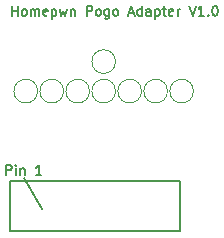
<source format=gbr>
G04 #@! TF.GenerationSoftware,KiCad,Pcbnew,(5.99.0-9812-gfee3c41c40)*
G04 #@! TF.CreationDate,2021-03-23T13:38:30-07:00*
G04 #@! TF.ProjectId,homebreakout,686f6d65-6272-4656-916b-6f75742e6b69,rev?*
G04 #@! TF.SameCoordinates,Original*
G04 #@! TF.FileFunction,Legend,Top*
G04 #@! TF.FilePolarity,Positive*
%FSLAX46Y46*%
G04 Gerber Fmt 4.6, Leading zero omitted, Abs format (unit mm)*
G04 Created by KiCad (PCBNEW (5.99.0-9812-gfee3c41c40)) date 2021-03-23 13:38:30*
%MOMM*%
%LPD*%
G01*
G04 APERTURE LIST*
%ADD10C,0.200000*%
%ADD11C,0.152400*%
%ADD12C,0.120000*%
G04 APERTURE END LIST*
D10*
X147320000Y-63881000D02*
X148844000Y-66548000D01*
D11*
X145849219Y-63613695D02*
X145849219Y-62800895D01*
X146158857Y-62800895D01*
X146236266Y-62839600D01*
X146274971Y-62878304D01*
X146313676Y-62955714D01*
X146313676Y-63071828D01*
X146274971Y-63149238D01*
X146236266Y-63187942D01*
X146158857Y-63226647D01*
X145849219Y-63226647D01*
X146662019Y-63613695D02*
X146662019Y-63071828D01*
X146662019Y-62800895D02*
X146623314Y-62839600D01*
X146662019Y-62878304D01*
X146700723Y-62839600D01*
X146662019Y-62800895D01*
X146662019Y-62878304D01*
X147049066Y-63071828D02*
X147049066Y-63613695D01*
X147049066Y-63149238D02*
X147087771Y-63110533D01*
X147165180Y-63071828D01*
X147281295Y-63071828D01*
X147358704Y-63110533D01*
X147397409Y-63187942D01*
X147397409Y-63613695D01*
X148829485Y-63613695D02*
X148365028Y-63613695D01*
X148597257Y-63613695D02*
X148597257Y-62800895D01*
X148519847Y-62917009D01*
X148442438Y-62994419D01*
X148365028Y-63033123D01*
X146342583Y-50151695D02*
X146342583Y-49338895D01*
X146342583Y-49725942D02*
X146807040Y-49725942D01*
X146807040Y-50151695D02*
X146807040Y-49338895D01*
X147310202Y-50151695D02*
X147232793Y-50112990D01*
X147194088Y-50074285D01*
X147155383Y-49996876D01*
X147155383Y-49764647D01*
X147194088Y-49687238D01*
X147232793Y-49648533D01*
X147310202Y-49609828D01*
X147426317Y-49609828D01*
X147503726Y-49648533D01*
X147542431Y-49687238D01*
X147581136Y-49764647D01*
X147581136Y-49996876D01*
X147542431Y-50074285D01*
X147503726Y-50112990D01*
X147426317Y-50151695D01*
X147310202Y-50151695D01*
X147929479Y-50151695D02*
X147929479Y-49609828D01*
X147929479Y-49687238D02*
X147968183Y-49648533D01*
X148045593Y-49609828D01*
X148161707Y-49609828D01*
X148239117Y-49648533D01*
X148277821Y-49725942D01*
X148277821Y-50151695D01*
X148277821Y-49725942D02*
X148316526Y-49648533D01*
X148393936Y-49609828D01*
X148510050Y-49609828D01*
X148587460Y-49648533D01*
X148626164Y-49725942D01*
X148626164Y-50151695D01*
X149322850Y-50112990D02*
X149245440Y-50151695D01*
X149090621Y-50151695D01*
X149013212Y-50112990D01*
X148974507Y-50035580D01*
X148974507Y-49725942D01*
X149013212Y-49648533D01*
X149090621Y-49609828D01*
X149245440Y-49609828D01*
X149322850Y-49648533D01*
X149361555Y-49725942D01*
X149361555Y-49803352D01*
X148974507Y-49880761D01*
X149709898Y-49609828D02*
X149709898Y-50422628D01*
X149709898Y-49648533D02*
X149787307Y-49609828D01*
X149942126Y-49609828D01*
X150019536Y-49648533D01*
X150058240Y-49687238D01*
X150096945Y-49764647D01*
X150096945Y-49996876D01*
X150058240Y-50074285D01*
X150019536Y-50112990D01*
X149942126Y-50151695D01*
X149787307Y-50151695D01*
X149709898Y-50112990D01*
X150367879Y-49609828D02*
X150522698Y-50151695D01*
X150677517Y-49764647D01*
X150832336Y-50151695D01*
X150987155Y-49609828D01*
X151296793Y-49609828D02*
X151296793Y-50151695D01*
X151296793Y-49687238D02*
X151335498Y-49648533D01*
X151412907Y-49609828D01*
X151529021Y-49609828D01*
X151606431Y-49648533D01*
X151645136Y-49725942D01*
X151645136Y-50151695D01*
X152651460Y-50151695D02*
X152651460Y-49338895D01*
X152961098Y-49338895D01*
X153038507Y-49377600D01*
X153077212Y-49416304D01*
X153115917Y-49493714D01*
X153115917Y-49609828D01*
X153077212Y-49687238D01*
X153038507Y-49725942D01*
X152961098Y-49764647D01*
X152651460Y-49764647D01*
X153580374Y-50151695D02*
X153502964Y-50112990D01*
X153464260Y-50074285D01*
X153425555Y-49996876D01*
X153425555Y-49764647D01*
X153464260Y-49687238D01*
X153502964Y-49648533D01*
X153580374Y-49609828D01*
X153696488Y-49609828D01*
X153773898Y-49648533D01*
X153812602Y-49687238D01*
X153851307Y-49764647D01*
X153851307Y-49996876D01*
X153812602Y-50074285D01*
X153773898Y-50112990D01*
X153696488Y-50151695D01*
X153580374Y-50151695D01*
X154547993Y-49609828D02*
X154547993Y-50267809D01*
X154509288Y-50345219D01*
X154470583Y-50383923D01*
X154393174Y-50422628D01*
X154277060Y-50422628D01*
X154199650Y-50383923D01*
X154547993Y-50112990D02*
X154470583Y-50151695D01*
X154315764Y-50151695D01*
X154238355Y-50112990D01*
X154199650Y-50074285D01*
X154160945Y-49996876D01*
X154160945Y-49764647D01*
X154199650Y-49687238D01*
X154238355Y-49648533D01*
X154315764Y-49609828D01*
X154470583Y-49609828D01*
X154547993Y-49648533D01*
X155051155Y-50151695D02*
X154973745Y-50112990D01*
X154935040Y-50074285D01*
X154896336Y-49996876D01*
X154896336Y-49764647D01*
X154935040Y-49687238D01*
X154973745Y-49648533D01*
X155051155Y-49609828D01*
X155167269Y-49609828D01*
X155244679Y-49648533D01*
X155283383Y-49687238D01*
X155322088Y-49764647D01*
X155322088Y-49996876D01*
X155283383Y-50074285D01*
X155244679Y-50112990D01*
X155167269Y-50151695D01*
X155051155Y-50151695D01*
X156251002Y-49919466D02*
X156638050Y-49919466D01*
X156173593Y-50151695D02*
X156444526Y-49338895D01*
X156715460Y-50151695D01*
X157334736Y-50151695D02*
X157334736Y-49338895D01*
X157334736Y-50112990D02*
X157257326Y-50151695D01*
X157102507Y-50151695D01*
X157025098Y-50112990D01*
X156986393Y-50074285D01*
X156947688Y-49996876D01*
X156947688Y-49764647D01*
X156986393Y-49687238D01*
X157025098Y-49648533D01*
X157102507Y-49609828D01*
X157257326Y-49609828D01*
X157334736Y-49648533D01*
X158070126Y-50151695D02*
X158070126Y-49725942D01*
X158031421Y-49648533D01*
X157954012Y-49609828D01*
X157799193Y-49609828D01*
X157721783Y-49648533D01*
X158070126Y-50112990D02*
X157992717Y-50151695D01*
X157799193Y-50151695D01*
X157721783Y-50112990D01*
X157683079Y-50035580D01*
X157683079Y-49958171D01*
X157721783Y-49880761D01*
X157799193Y-49842057D01*
X157992717Y-49842057D01*
X158070126Y-49803352D01*
X158457174Y-49609828D02*
X158457174Y-50422628D01*
X158457174Y-49648533D02*
X158534583Y-49609828D01*
X158689402Y-49609828D01*
X158766812Y-49648533D01*
X158805517Y-49687238D01*
X158844221Y-49764647D01*
X158844221Y-49996876D01*
X158805517Y-50074285D01*
X158766812Y-50112990D01*
X158689402Y-50151695D01*
X158534583Y-50151695D01*
X158457174Y-50112990D01*
X159076450Y-49609828D02*
X159386088Y-49609828D01*
X159192564Y-49338895D02*
X159192564Y-50035580D01*
X159231269Y-50112990D01*
X159308679Y-50151695D01*
X159386088Y-50151695D01*
X159966660Y-50112990D02*
X159889250Y-50151695D01*
X159734431Y-50151695D01*
X159657021Y-50112990D01*
X159618317Y-50035580D01*
X159618317Y-49725942D01*
X159657021Y-49648533D01*
X159734431Y-49609828D01*
X159889250Y-49609828D01*
X159966660Y-49648533D01*
X160005364Y-49725942D01*
X160005364Y-49803352D01*
X159618317Y-49880761D01*
X160353707Y-50151695D02*
X160353707Y-49609828D01*
X160353707Y-49764647D02*
X160392412Y-49687238D01*
X160431117Y-49648533D01*
X160508526Y-49609828D01*
X160585936Y-49609828D01*
X161360031Y-49338895D02*
X161630964Y-50151695D01*
X161901898Y-49338895D01*
X162598583Y-50151695D02*
X162134126Y-50151695D01*
X162366355Y-50151695D02*
X162366355Y-49338895D01*
X162288945Y-49455009D01*
X162211536Y-49532419D01*
X162134126Y-49571123D01*
X162946926Y-50074285D02*
X162985631Y-50112990D01*
X162946926Y-50151695D01*
X162908221Y-50112990D01*
X162946926Y-50074285D01*
X162946926Y-50151695D01*
X163488793Y-49338895D02*
X163566202Y-49338895D01*
X163643612Y-49377600D01*
X163682317Y-49416304D01*
X163721021Y-49493714D01*
X163759726Y-49648533D01*
X163759726Y-49842057D01*
X163721021Y-49996876D01*
X163682317Y-50074285D01*
X163643612Y-50112990D01*
X163566202Y-50151695D01*
X163488793Y-50151695D01*
X163411383Y-50112990D01*
X163372679Y-50074285D01*
X163333974Y-49996876D01*
X163295269Y-49842057D01*
X163295269Y-49648533D01*
X163333974Y-49493714D01*
X163372679Y-49416304D01*
X163411383Y-49377600D01*
X163488793Y-49338895D01*
X160586301Y-64160400D02*
X146133701Y-64160400D01*
X146133701Y-64160400D02*
X146133701Y-68427600D01*
X146133701Y-68427600D02*
X160586301Y-68427600D01*
X160586301Y-68427600D02*
X160586301Y-64160400D01*
D12*
X161700000Y-56550000D02*
G75*
G03*
X161700000Y-56550000I-1000000J0D01*
G01*
X157300000Y-56550000D02*
G75*
G03*
X157300000Y-56550000I-1000000J0D01*
G01*
X159500000Y-56550000D02*
G75*
G03*
X159500000Y-56550000I-1000000J0D01*
G01*
X155100000Y-56550000D02*
G75*
G03*
X155100000Y-56550000I-1000000J0D01*
G01*
X152900000Y-56550000D02*
G75*
G03*
X152900000Y-56550000I-1000000J0D01*
G01*
X150700000Y-56550000D02*
G75*
G03*
X150700000Y-56550000I-1000000J0D01*
G01*
X148500000Y-56550000D02*
G75*
G03*
X148500000Y-56550000I-1000000J0D01*
G01*
X155100000Y-54050000D02*
G75*
G03*
X155100000Y-54050000I-1000000J0D01*
G01*
M02*

</source>
